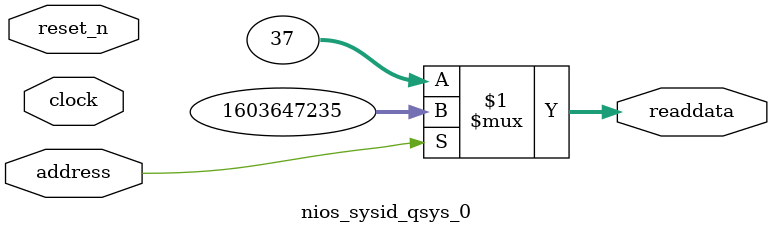
<source format=v>

`timescale 1ns / 1ps
// synthesis translate_on

// turn off superfluous verilog processor warnings 
// altera message_level Level1 
// altera message_off 10034 10035 10036 10037 10230 10240 10030 

module nios_sysid_qsys_0 (
               // inputs:
                address,
                clock,
                reset_n,

               // outputs:
                readdata
             )
;

  output  [ 31: 0] readdata;
  input            address;
  input            clock;
  input            reset_n;

  wire    [ 31: 0] readdata;
  //control_slave, which is an e_avalon_slave
  assign readdata = address ? 1603647235 : 37;

endmodule




</source>
